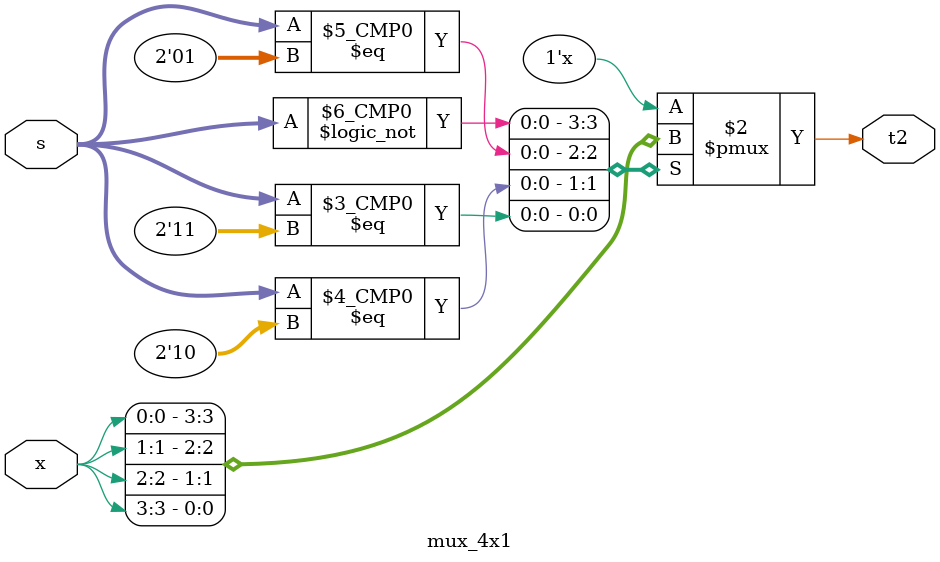
<source format=v>
`timescale 1ns / 1ps
module Mux_8x1(in,sel,out);
input [7:0]in;
input [2:0]sel;
output  out;
wire w1,w2;
 mux_4x1 m1 (in[3:0],sel[1:0],w1);
 mux_4x1 m2 (in[7:4],sel[1:0],w2);
 mux_2x1 m3 (w1,w2,sel[2],out);
endmodule


//Mux 2x1
module mux_2x1(a1,a2,s,t1);
input a1,a2;
input s;
output reg t1;

always@(*)
begin
    if(s==1'b0)
        t1=a1;
    else
        t1=a2;
end
endmodule

//Mux 4x1
module mux_4x1(x,s,t2);
input [3:0]x;
input [1:0]s;
output reg t2;
 always@(*)
 begin
    case(s)
        0: t2=x[0];
        1: t2=x[1];
        2: t2=x[2];
        3: t2=x[3];
    endcase
 end

endmodule

</source>
